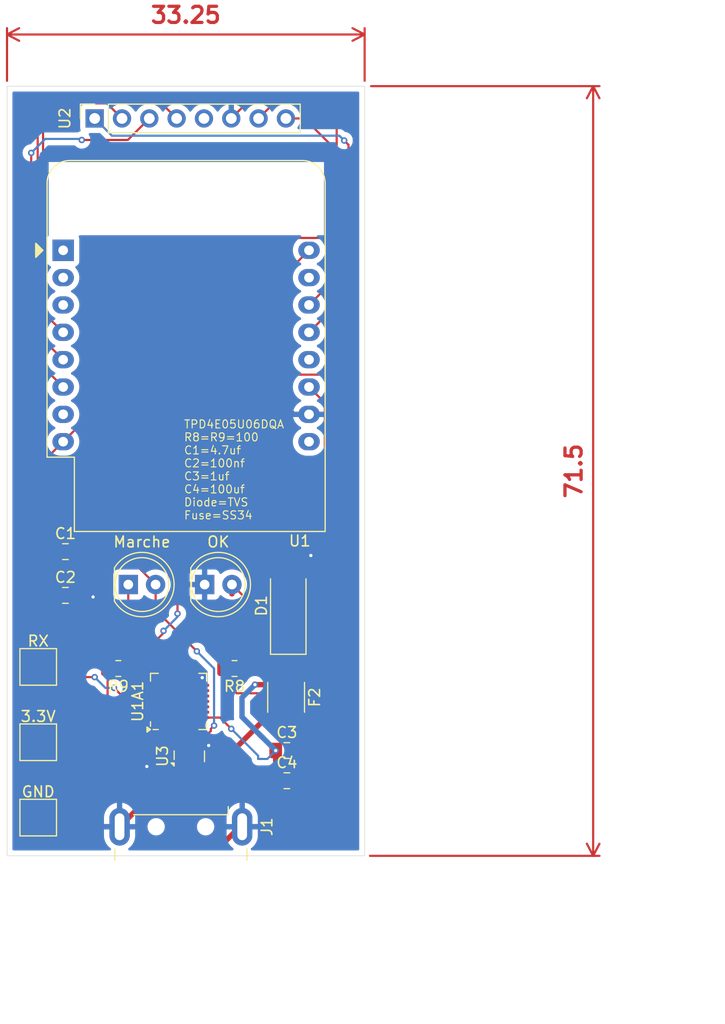
<source format=kicad_pcb>
(kicad_pcb (version 20241229) (generator "pcbnew") (generator_version "9.0")
  (layers (0 "F.Cu" signal) (2 "B.Cu" signal) (13 "F.Paste" user) (15 "B.Paste" user) (5 "F.SilkS" user "F.Silkscreen") (7 "B.SilkS" user "B.Silkscreen") (1 "F.Mask" user) (3 "B.Mask" user) (25 "Edge.Cuts" user))
  (net 0 "")
  (net 1 "VDD")
  (net 2 "GND")
  (net 3 "VBUS")
  (net 4 "+5V")
  (net 5 "/D-")
  (net 6 "/D+")
  (net 7 "Net-(Marche2-A)")
  (net 8 "/D4")
  (net 9 "Net-(Validation1-A)")
  (net 10 "Net-(U1-SCL{slash}D1)")
  (net 11 "Net-(U1-SCK{slash}D5)")
  (net 12 "/RX")
  (net 15 "Net-(U1-MOSI{slash}D7)")
  (net 20 "Net-(U1-MISO{slash}D6)")
  (net 22 "Net-(U1-SDA{slash}D2)")
  (net 49 "Net-(Marche2-K)")
  (footprint "Diode_SMD:D_SMA_Handsoldering" (layer "F.Cu") (at 225.4 137.668 90)
    (property "Reference" "D1" (at 0 -2.5 90) (layer "F.SilkS"))
    (property "Value" "DIODE_SHOTTKY*")
    (fp_line (start -4.51 -1.65) (end 2.5 -1.65) (stroke (width 0.12)) (layer "F.SilkS"))
    (fp_line (start -4.51 -1.65) (end -4.51 1.65) (stroke (width 0.12)) (layer "F.SilkS"))
    (fp_line (start -4.51 1.65) (end 2.5 1.65) (stroke (width 0.12)) (layer "F.SilkS"))
    (pad "1" smd roundrect (at -2.5 0 90) (size 3.5 1.8) (layers "F.Cu" "F.Mask" "F.Paste") (roundrect_rratio 0.1388888889) (net 3 "VBUS"))
    (pad "2" smd roundrect (at 2.5 0 90) (size 3.5 1.8) (layers "F.Cu" "F.Mask" "F.Paste") (roundrect_rratio 0.1388888889) (net 2 "GND"))
  )
  (footprint "Connector_USB:USB_A_CNCTech_1001-011-01101_Horizontal" (layer "F.Cu") (at 215.415 165.1 -90)
    (property "Reference" "J1" (at -6.9 -8 90) (layer "F.SilkS"))
    (property "Value" "USB_A")
    (fp_line (start -4.85 6.145) (end -3.8 6.145) (stroke (width 0.12)) (layer "F.SilkS"))
    (fp_line (start -8.02 -4.4) (end -8.02 4.4) (stroke (width 0.12)) (layer "F.SilkS"))
    (fp_line (start -8.02 -4.4) (end -8.775 -4.4) (stroke (width 0.12)) (layer "F.SilkS"))
    (fp_line (start -4.85 -6.145) (end -3.8 -6.145) (stroke (width 0.12)) (layer "F.SilkS"))
    (pad "" np_thru_hole circle (at -6.9 -2.3 270) (size 1.1 1.1) (drill 1.1) (layers "*.Cu" "*.Mask"))
    (pad "" np_thru_hole circle (at -6.9 2.3 270) (size 1.1 1.1) (drill 1.1) (layers "*.Cu" "*.Mask"))
    (pad "1" smd rect (at -9.65 -3.5 270) (size 2.5 1.1) (layers "F.Cu" "F.Mask" "F.Paste") (net 4 "+5V"))
    (pad "2" smd rect (at -9.65 -1 270) (size 2.5 1.1) (layers "F.Cu" "F.Mask" "F.Paste") (net 5 "/D-"))
    (pad "3" smd rect (at -9.65 1 270) (size 2.5 1.1) (layers "F.Cu" "F.Mask" "F.Paste") (net 6 "/D+"))
    (pad "4" smd rect (at -9.65 3.5 270) (size 2.5 1.1) (layers "F.Cu" "F.Mask" "F.Paste") (net 2 "GND"))
    (pad "5" thru_hole oval (at -6.9 -5.7 270) (size 3.5 1.9) (drill oval 2.5 0.9) (property pad_prop_heatsink) (layers "*.Cu" "*.Mask") (net 2 "GND"))
    (pad "5" thru_hole oval (at -6.9 5.7 270) (size 3.5 1.9) (drill oval 2.5 0.9) (property pad_prop_heatsink) (layers "*.Cu" "*.Mask") (net 2 "GND"))
  )
  (footprint "Package_SON:USON-10_2.5x1.0mm_P0.5mm" (layer "F.Cu") (at 216.2 151.654 90)
    (property "Reference" "U3" (at 0.01829 -2.5 90) (layer "F.SilkS"))
    (property "Value" "TPD4E05U06DQA" (hide yes))
    (fp_line (start 0.5 -1.41) (end -0.29 -1.41) (stroke (width 0.12)) (layer "F.SilkS"))
    (fp_line (start 0.5 1.41) (end -0.5 1.41) (stroke (width 0.12)) (layer "F.SilkS"))
    (fp_poly (pts (xy -0.62 -1.41) (xy -0.9 -1.41) (xy -0.62 -1.69) (xy -0.62 -1.41)) (stroke (width 0.12)) (fill yes) (layer "F.SilkS"))
    (pad "1" smd roundrect (at -0.385 -1) (size 0.3 0.55) (layers "F.Cu" "F.Mask" "F.Paste") (net 6 "/D+"))
    (pad "2" smd roundrect (at -0.385 -0.5) (size 0.3 0.55) (layers "F.Cu" "F.Mask" "F.Paste") (net 5 "/D-"))
    (pad "3" smd roundrect (at -0.385 0) (size 0.3 0.55) (layers "F.Cu" "F.Mask" "F.Paste") (net 2 "GND"))
    (pad "4" smd roundrect (at -0.385 0.5) (size 0.3 0.55) (layers "F.Cu" "F.Mask" "F.Paste"))
    (pad "5" smd roundrect (at -0.385 1) (size 0.3 0.55) (layers "F.Cu" "F.Mask" "F.Paste"))
    (pad "6" smd roundrect (at 0.385 1) (size 0.3 0.55) (layers "F.Cu" "F.Mask" "F.Paste"))
    (pad "7" smd roundrect (at 0.385 0.5) (size 0.3 0.55) (layers "F.Cu" "F.Mask" "F.Paste"))
    (pad "8" smd roundrect (at 0.385 0) (size 0.3 0.55) (layers "F.Cu" "F.Mask" "F.Paste") (net 2 "GND"))
    (pad "9" smd roundrect (at 0.385 -0.5) (size 0.3 0.55) (layers "F.Cu" "F.Mask" "F.Paste") (net 5 "/D-"))
    (pad "10" smd roundrect (at 0.385 -1) (size 0.3 0.55) (layers "F.Cu" "F.Mask" "F.Paste") (net 6 "/D+"))
  )
  (footprint "Capacitor_SMD:C_0805_2012Metric_Pad1.18x1.45mm_HandSolder" (layer "F.Cu") (at 204.68 136.706)
    (property "Reference" "C2" (at 0 -1.68 0) (layer "F.SilkS"))
    (property "Value" "100nf")
    (fp_line (start -0.261252 -0.735) (end 0.261252 -0.735) (stroke (width 0.12)) (layer "F.SilkS"))
    (fp_line (start -0.261252 0.735) (end 0.261252 0.735) (stroke (width 0.12)) (layer "F.SilkS"))
    (pad "1" smd roundrect (at -1.0375 0) (size 1.175 1.45) (layers "F.Cu" "F.Mask" "F.Paste") (roundrect_rratio 0.212766) (net 7 "Net-(Marche2-A)"))
    (pad "2" smd roundrect (at 1.0375 0) (size 1.175 1.45) (layers "F.Cu" "F.Mask" "F.Paste") (roundrect_rratio 0.212766) (net 2 "GND"))
  )
  (footprint "Package_DFN_QFN:VQFN-28-1EP_5x5mm_P0.5mm_EP3.25x3.25mm" (layer "F.Cu") (at 215.2 146.558 90)
    (property "Reference" "U1A1" (at 0 -3.8 90) (layer "F.SilkS"))
    (property "Value" "~")
    (fp_line (start 2.61 -2.61) (end 2.61 -1.885) (stroke (width 0.12)) (layer "F.SilkS"))
    (fp_line (start 1.885 -2.61) (end 2.61 -2.61) (stroke (width 0.12)) (layer "F.SilkS"))
    (fp_line (start -1.885 -2.61) (end -2.31 -2.61) (stroke (width 0.12)) (layer "F.SilkS"))
    (fp_line (start -2.61 -1.885) (end -2.61 -2.37) (stroke (width 0.12)) (layer "F.SilkS"))
    (fp_line (start 2.61 2.61) (end 2.61 1.885) (stroke (width 0.12)) (layer "F.SilkS"))
    (fp_line (start 1.885 2.61) (end 2.61 2.61) (stroke (width 0.12)) (layer "F.SilkS"))
    (fp_line (start -1.885 2.61) (end -2.61 2.61) (stroke (width 0.12)) (layer "F.SilkS"))
    (fp_line (start -2.61 2.61) (end -2.61 1.885) (stroke (width 0.12)) (layer "F.SilkS"))
    (fp_poly (pts (xy -2.61 -2.61) (xy -2.85 -2.94) (xy -2.37 -2.94) (xy -2.61 -2.61)) (stroke (width 0.12)) (fill yes) (layer "F.SilkS"))
    (pad "1" smd roundrect (at -2.45 -1.5 90) (size 0.8 0.25) (layers "F.Cu" "F.Mask" "F.Paste"))
    (pad "2" smd roundrect (at -2.45 -1 90) (size 0.8 0.25) (layers "F.Cu" "F.Mask" "F.Paste"))
    (pad "3" smd roundrect (at -2.45 -0.5 90) (size 0.8 0.25) (layers "F.Cu" "F.Mask" "F.Paste") (net 2 "GND"))
    (pad "4" smd roundrect (at -2.45 0 90) (size 0.8 0.25) (layers "F.Cu" "F.Mask" "F.Paste") (net 6 "/D+"))
    (pad "5" smd roundrect (at -2.45 0.5 90) (size 0.8 0.25) (layers "F.Cu" "F.Mask" "F.Paste") (net 5 "/D-"))
    (pad "6" smd roundrect (at -2.45 1 90) (size 0.8 0.25) (layers "F.Cu" "F.Mask" "F.Paste") (net 7 "Net-(Marche2-A)"))
    (pad "7" smd roundrect (at -2.45 1.5 90) (size 0.8 0.25) (layers "F.Cu" "F.Mask" "F.Paste") (net 3 "VBUS"))
    (pad "8" smd roundrect (at -1.5 2.45 90) (size 0.25 0.8) (layers "F.Cu" "F.Mask" "F.Paste") (net 3 "VBUS"))
    (pad "9" smd roundrect (at -1 2.45 90) (size 0.25 0.8) (layers "F.Cu" "F.Mask" "F.Paste"))
    (pad "10" smd roundrect (at -0.5 2.45 90) (size 0.25 0.8) (layers "F.Cu" "F.Mask" "F.Paste"))
    (pad "11" smd roundrect (at 0 2.45 90) (size 0.25 0.8) (layers "F.Cu" "F.Mask" "F.Paste"))
    (pad "12" smd roundrect (at 0.5 2.45 90) (size 0.25 0.8) (layers "F.Cu" "F.Mask" "F.Paste"))
    (pad "13" smd roundrect (at 1 2.45 90) (size 0.25 0.8) (layers "F.Cu" "F.Mask" "F.Paste"))
    (pad "14" smd roundrect (at 1.5 2.45 90) (size 0.25 0.8) (layers "F.Cu" "F.Mask" "F.Paste"))
    (pad "15" smd roundrect (at 2.45 1.5 90) (size 0.8 0.25) (layers "F.Cu" "F.Mask" "F.Paste"))
    (pad "16" smd roundrect (at 2.45 1 90) (size 0.8 0.25) (layers "F.Cu" "F.Mask" "F.Paste"))
    (pad "17" smd roundrect (at 2.45 0.5 90) (size 0.8 0.25) (layers "F.Cu" "F.Mask" "F.Paste"))
    (pad "18" smd roundrect (at 2.45 0 90) (size 0.8 0.25) (layers "F.Cu" "F.Mask" "F.Paste"))
    (pad "19" smd roundrect (at 2.45 -0.5 90) (size 0.8 0.25) (layers "F.Cu" "F.Mask" "F.Paste"))
    (pad "20" smd roundrect (at 2.45 -1 90) (size 0.8 0.25) (layers "F.Cu" "F.Mask" "F.Paste"))
    (pad "21" smd roundrect (at 2.45 -1.5 90) (size 0.8 0.25) (layers "F.Cu" "F.Mask" "F.Paste"))
    (pad "22" smd roundrect (at 1.5 -2.45 90) (size 0.25 0.8) (layers "F.Cu" "F.Mask" "F.Paste"))
    (pad "23" smd roundrect (at 1 -2.45 90) (size 0.25 0.8) (layers "F.Cu" "F.Mask" "F.Paste"))
    (pad "24" smd roundrect (at 0.5 -2.45 90) (size 0.25 0.8) (layers "F.Cu" "F.Mask" "F.Paste"))
    (pad "25" smd roundrect (at 0 -2.45 90) (size 0.25 0.8) (layers "F.Cu" "F.Mask" "F.Paste") (net 12 "/RX"))
    (pad "26" smd roundrect (at -0.5 -2.45 90) (size 0.25 0.8) (layers "F.Cu" "F.Mask" "F.Paste"))
    (pad "27" smd roundrect (at -1 -2.45 90) (size 0.25 0.8) (layers "F.Cu" "F.Mask" "F.Paste"))
    (pad "28" smd roundrect (at -1.5 -2.45 90) (size 0.25 0.8) (layers "F.Cu" "F.Mask" "F.Paste"))
    (pad "29" smd rect (at 0 0 90) (size 3.25 3.25) (property pad_prop_heatsink) (layers "F.Cu" "F.Mask") (net 2 "GND"))
  )
  (footprint "Capacitor_SMD:C_0805_2012Metric_Pad1.18x1.45mm_HandSolder" (layer "F.Cu") (at 225.27 153.924)
    (property "Reference" "C4" (at 0 -1.68 0) (layer "F.SilkS"))
    (property "Value" "100uF")
    (fp_line (start -0.261252 -0.735) (end 0.261252 -0.735) (stroke (width 0.12)) (layer "F.SilkS"))
    (fp_line (start -0.261252 0.735) (end 0.261252 0.735) (stroke (width 0.12)) (layer "F.SilkS"))
    (pad "1" smd roundrect (at -1.0375 0) (size 1.175 1.45) (layers "F.Cu" "F.Mask" "F.Paste") (roundrect_rratio 0.212766) (net 3 "VBUS"))
    (pad "2" smd roundrect (at 1.0375 0) (size 1.175 1.45) (layers "F.Cu" "F.Mask" "F.Paste") (roundrect_rratio 0.212766) (net 2 "GND"))
  )
  (footprint "Capacitor_SMD:C_0805_2012Metric_Pad1.18x1.45mm_HandSolder" (layer "F.Cu") (at 225.27 151.120333)
    (property "Reference" "C3" (at 0 -1.68 0) (layer "F.SilkS"))
    (property "Value" "1uf")
    (fp_line (start -0.261252 -0.735) (end 0.261252 -0.735) (stroke (width 0.12)) (layer "F.SilkS"))
    (fp_line (start -0.261252 0.735) (end 0.261252 0.735) (stroke (width 0.12)) (layer "F.SilkS"))
    (pad "1" smd roundrect (at -1.0375 0) (size 1.175 1.45) (layers "F.Cu" "F.Mask" "F.Paste") (roundrect_rratio 0.212766) (net 3 "VBUS"))
    (pad "2" smd roundrect (at 1.0375 0) (size 1.175 1.45) (layers "F.Cu" "F.Mask" "F.Paste") (roundrect_rratio 0.212766) (net 2 "GND"))
  )
  (footprint "Capacitor_SMD:C_0805_2012Metric_Pad1.18x1.45mm_HandSolder" (layer "F.Cu") (at 204.68 132.642)
    (property "Reference" "C1" (at 0 -1.68 0) (layer "F.SilkS"))
    (property "Value" "4.7uf")
    (fp_line (start -0.261252 -0.735) (end 0.261252 -0.735) (stroke (width 0.12)) (layer "F.SilkS"))
    (fp_line (start -0.261252 0.735) (end 0.261252 0.735) (stroke (width 0.12)) (layer "F.SilkS"))
    (pad "1" smd roundrect (at -1.0375 0) (size 1.175 1.45) (layers "F.Cu" "F.Mask" "F.Paste") (roundrect_rratio 0.212766) (net 7 "Net-(Marche2-A)"))
    (pad "2" smd roundrect (at 1.0375 0) (size 1.175 1.45) (layers "F.Cu" "F.Mask" "F.Paste") (roundrect_rratio 0.212766) (net 2 "GND"))
  )
  (footprint "Resistor_SMD:R_0805_2012Metric_Pad1.20x1.40mm_HandSolder" (layer "F.Cu") (at 220.4 143.5 180)
    (property "Reference" "R8" (at 0 -1.65 0) (layer "F.SilkS"))
    (property "Value" "R")
    (fp_line (start -0.227064 0.735) (end 0.227064 0.735) (stroke (width 0.12)) (layer "F.SilkS"))
    (fp_line (start -0.227064 -0.735) (end 0.227064 -0.735) (stroke (width 0.12)) (layer "F.SilkS"))
    (pad "1" smd roundrect (at -1 0 180) (size 1.2 1.4) (layers "F.Cu" "F.Mask" "F.Paste") (roundrect_rratio 0.208333) (net 9 "Net-(Validation1-A)"))
    (pad "2" smd roundrect (at 1 0 180) (size 1.2 1.4) (layers "F.Cu" "F.Mask" "F.Paste") (roundrect_rratio 0.208333) (net 8 "/D4"))
  )
  (footprint "Connector_PinSocket_2.54mm:PinSocket_1x08_P2.54mm_Vertical" (layer "F.Cu") (at 207.4 92.4 90)
    (property "Reference" "U2" (at 0 -2.77 90) (layer "F.SilkS"))
    (property "Value" "~")
    (fp_line (start 1.33 -1.33) (end 1.33 0) (stroke (width 0.12)) (layer "F.SilkS"))
    (fp_line (start 0 -1.33) (end 1.33 -1.33) (stroke (width 0.12)) (layer "F.SilkS"))
    (fp_line (start 1.33 1.27) (end 1.33 19.11) (stroke (width 0.12)) (layer "F.SilkS"))
    (fp_line (start -1.33 1.27) (end 1.33 1.27) (stroke (width 0.12)) (layer "F.SilkS"))
    (fp_line (start -1.33 1.27) (end -1.33 19.11) (stroke (width 0.12)) (layer "F.SilkS"))
    (fp_line (start -1.33 19.11) (end 1.33 19.11) (stroke (width 0.12)) (layer "F.SilkS"))
    (pad "1" thru_hole rect (at 0 0 90) (size 1.7 1.7) (drill 1) (layers "*.Cu" "*.Mask") (net 22 "Net-(U1-SDA{slash}D2)"))
    (pad "2" thru_hole oval (at 0 2.54 90) (size 1.7 1.7) (drill 1) (layers "*.Cu" "*.Mask") (net 11 "Net-(U1-SCK{slash}D5)"))
    (pad "3" thru_hole oval (at 0 5.08 90) (size 1.7 1.7) (drill 1) (layers "*.Cu" "*.Mask") (net 15 "Net-(U1-MOSI{slash}D7)"))
    (pad "4" thru_hole oval (at 0 7.62 90) (size 1.7 1.7) (drill 1) (layers "*.Cu" "*.Mask") (net 20 "Net-(U1-MISO{slash}D6)"))
    (pad "5" thru_hole oval (at 0 10.16 90) (size 1.7 1.7) (drill 1) (layers "*.Cu" "*.Mask"))
    (pad "6" thru_hole oval (at 0 12.7 90) (size 1.7 1.7) (drill 1) (layers "*.Cu" "*.Mask") (net 2 "GND"))
    (pad "7" thru_hole oval (at 0 15.24 90) (size 1.7 1.7) (drill 1) (layers "*.Cu" "*.Mask") (net 10 "Net-(U1-SCL{slash}D1)"))
    (pad "8" thru_hole oval (at 0 17.78 90) (size 1.7 1.7) (drill 1) (layers "*.Cu" "*.Mask") (net 1 "VDD"))
  )
  (footprint "LED_THT:LED_D5.0mm" (layer "F.Cu") (at 217.625 135.7)
    (property "Reference" "OK" (at 1.27 -3.96 0) (layer "F.SilkS"))
    (property "Value" "LED")
    (fp_line (start -1.29 -1.545) (end -1.29 1.545) (stroke (width 0.12)) (layer "F.SilkS"))
    (fp_arc (start -1.29 -1.54483) (mid 2.071756 -2.880501) (end 4.26 -0.000048) (stroke (width 0.12)) (layer "F.SilkS"))
    (fp_arc (start 4.26 0.000048) (mid 2.071756 2.880501) (end -1.29 1.54483) (stroke (width 0.12)) (layer "F.SilkS"))
    (fp_circle (center 1.27 0) (end 3.77 0) (stroke (width 0.12)) (fill no) (layer "F.SilkS"))
    (pad "1" thru_hole rect (at 0 0) (size 1.8 1.8) (drill 0.9) (layers "*.Cu" "*.Mask") (net 2 "GND"))
    (pad "2" thru_hole circle (at 2.54 0) (size 1.8 1.8) (drill 0.9) (layers "*.Cu" "*.Mask") (net 9 "Net-(Validation1-A)"))
  )
  (footprint "TestPoint:TestPoint_Pad_3.0x3.0mm" (layer "F.Cu") (at 202.15 157.35)
    (property "Reference" "GND" (at 0 -2.398 0) (layer "F.SilkS"))
    (property "Value" "TestPoint")
    (fp_line (start -1.7 -1.7) (end 1.7 -1.7) (stroke (width 0.12)) (layer "F.SilkS"))
    (fp_line (start -1.7 1.7) (end -1.7 -1.7) (stroke (width 0.12)) (layer "F.SilkS"))
    (fp_line (start 1.7 -1.7) (end 1.7 1.7) (stroke (width 0.12)) (layer "F.SilkS"))
    (fp_line (start 1.7 1.7) (end -1.7 1.7) (stroke (width 0.12)) (layer "F.SilkS"))
    (pad "1" smd rect (at 0 0) (size 3 3) (layers "F.Cu" "F.Mask") (net 2 "GND"))
  )
  (footprint "TestPoint:TestPoint_Pad_3.0x3.0mm" (layer "F.Cu") (at 202.15 143.35)
    (property "Reference" "RX" (at 0 -2.398 0) (layer "F.SilkS"))
    (property "Value" "TestPoint")
    (fp_line (start -1.7 -1.7) (end 1.7 -1.7) (stroke (width 0.12)) (layer "F.SilkS"))
    (fp_line (start -1.7 1.7) (end -1.7 -1.7) (stroke (width 0.12)) (layer "F.SilkS"))
    (fp_line (start 1.7 -1.7) (end 1.7 1.7) (stroke (width 0.12)) (layer "F.SilkS"))
    (fp_line (start 1.7 1.7) (end -1.7 1.7) (stroke (width 0.12)) (layer "F.SilkS"))
    (pad "1" smd rect (at 0 0) (size 3 3) (layers "F.Cu" "F.Mask") (net 12 "/RX"))
  )
  (footprint "LED_THT:LED_D5.0mm" (layer "F.Cu") (at 210.525 135.7)
    (property "Reference" "Marche" (at 1.27 -3.96 0) (layer "F.SilkS"))
    (property "Value" "LED")
    (fp_line (start -1.29 -1.545) (end -1.29 1.545) (stroke (width 0.12)) (layer "F.SilkS"))
    (fp_arc (start -1.29 -1.54483) (mid 2.071756 -2.880501) (end 4.26 -0.000048) (stroke (width 0.12)) (layer "F.SilkS"))
    (fp_arc (start 4.26 0.000048) (mid 2.071756 2.880501) (end -1.29 1.54483) (stroke (width 0.12)) (layer "F.SilkS"))
    (fp_circle (center 1.27 0) (end 3.77 0) (stroke (width 0.12)) (fill no) (layer "F.SilkS"))
    (pad "1" thru_hole rect (at 0 0) (size 1.8 1.8) (drill 0.9) (layers "*.Cu" "*.Mask") (net 49 "Net-(Marche2-K)"))
    (pad "2" thru_hole circle (at 2.54 0) (size 1.8 1.8) (drill 0.9) (layers "*.Cu" "*.Mask") (net 7 "Net-(Marche2-A)"))
  )
  (footprint "Resistor_SMD:R_0805_2012Metric_Pad1.20x1.40mm_HandSolder" (layer "F.Cu") (at 209.6 143.5 180)
    (property "Reference" "R9" (at 0 -1.65 0) (layer "F.SilkS"))
    (property "Value" "R")
    (fp_line (start -0.227064 0.735) (end 0.227064 0.735) (stroke (width 0.12)) (layer "F.SilkS"))
    (fp_line (start -0.227064 -0.735) (end 0.227064 -0.735) (stroke (width 0.12)) (layer "F.SilkS"))
    (pad "1" smd roundrect (at -1 0 180) (size 1.2 1.4) (layers "F.Cu" "F.Mask" "F.Paste") (roundrect_rratio 0.208333) (net 49 "Net-(Marche2-K)"))
    (pad "2" smd roundrect (at 1 0 180) (size 1.2 1.4) (layers "F.Cu" "F.Mask" "F.Paste") (roundrect_rratio 0.208333) (net 1 "VDD"))
  )
  (footprint "RF_Module:WEMOS_D1_mini_light" (layer "F.Cu") (at 204.47 104.648)
    (property "Reference" "U1" (at 22 27 0) (layer "F.SilkS"))
    (property "Value" "WEMOS_D1_mini")
    (fp_line (start -1.5 19.22) (end -1.5 -6.21) (stroke (width 0.12)) (layer "F.SilkS"))
    (fp_line (start -1.5 19.22) (end 1.04 19.22) (stroke (width 0.12)) (layer "F.SilkS"))
    (fp_line (start 1.04 19.22) (end 1.04 26.12) (stroke (width 0.12)) (layer "F.SilkS"))
    (fp_line (start 1.04 26.12) (end 24.36 26.12) (stroke (width 0.12)) (layer "F.SilkS"))
    (fp_line (start 22.24 -8.34) (end 0.63 -8.34) (stroke (width 0.12)) (layer "F.SilkS"))
    (fp_line (start 24.36 26.12) (end 24.36 -6.21) (stroke (width 0.12)) (layer "F.SilkS"))
    (fp_arc (start -1.5 -6.21) (mid -0.876137 -7.716137) (end 0.63 -8.34) (stroke (width 0.12)) (layer "F.SilkS"))
    (fp_arc (start 22.23 -8.34) (mid 23.736137 -7.716137) (end 24.36 -6.21) (stroke (width 0.12)) (layer "F.SilkS"))
    (fp_poly (pts (xy -2.54 -0.635) (xy -2.54 0.635) (xy -1.905 0)) (stroke (width 0.15)) (fill yes) (layer "F.SilkS"))
    (pad "1" thru_hole rect (at 0 0) (size 2 2) (drill 0.9) (layers "*.Cu" "*.Mask"))
    (pad "2" thru_hole oval (at 0 2.54) (size 2 1.6) (drill 0.9) (layers "*.Cu" "*.Mask"))
    (pad "3" thru_hole oval (at 0 5.08) (size 2 1.6) (drill 0.9) (layers "*.Cu" "*.Mask"))
    (pad "4" thru_hole oval (at 0 7.62) (size 2 1.6) (drill 0.9) (layers "*.Cu" "*.Mask") (net 11 "Net-(U1-SCK{slash}D5)"))
    (pad "5" thru_hole oval (at 0 10.16) (size 2 1.6) (drill 0.9) (layers "*.Cu" "*.Mask") (net 20 "Net-(U1-MISO{slash}D6)"))
    (pad "6" thru_hole oval (at 0 12.7) (size 2 1.6) (drill 0.9) (layers "*.Cu" "*.Mask") (net 15 "Net-(U1-MOSI{slash}D7)"))
    (pad "7" thru_hole oval (at 0 15.24) (size 2 1.6) (drill 0.9) (layers "*.Cu" "*.Mask"))
    (pad "8" thru_hole oval (at 0 17.78) (size 2 1.6) (drill 0.9) (layers "*.Cu" "*.Mask") (net 1 "VDD"))
    (pad "9" thru_hole oval (at 22.86 17.78) (size 2 1.6) (drill 0.9) (layers "*.Cu" "*.Mask"))
    (pad "10" thru_hole oval (at 22.86 15.24) (size 2 1.6) (drill 0.9) (layers "*.Cu" "*.Mask") (net 2 "GND"))
    (pad "11" thru_hole oval (at 22.86 12.7) (size 2 1.6) (drill 0.9) (layers "*.Cu" "*.Mask") (net 8 "/D4"))
    (pad "12" thru_hole oval (at 22.86 10.16) (size 2 1.6) (drill 0.9) (layers "*.Cu" "*.Mask"))
    (pad "13" thru_hole oval (at 22.86 7.62) (size 2 1.6) (drill 0.9) (layers "*.Cu" "*.Mask") (net 22 "Net-(U1-SDA{slash}D2)"))
    (pad "14" thru_hole oval (at 22.86 5.08) (size 2 1.6) (drill 0.9) (layers "*.Cu" "*.Mask") (net 10 "Net-(U1-SCL{slash}D1)"))
    (pad "15" thru_hole oval (at 22.86 2.54) (size 2 1.6) (drill 0.9) (layers "*.Cu" "*.Mask"))
    (pad "16" thru_hole oval (at 22.86 0) (size 2 1.6) (drill 0.9) (layers "*.Cu" "*.Mask") (net 12 "/RX"))
    (zone (net 0) (net_name "") (layers "F.Cu" "B.Cu" "Dwgs.User") (name "No Copper") (connect_pads (clearance 0)) (min_thickness 0.25)
      (keepout (tracks not_allowed) (vias not_allowed) (pads not_allowed) (copperpour not_allowed) (footprints not_allowed))
      (fill (thermal_gap 0.5) (thermal_bridge_width 0.5))
      (polygon (pts (xy 203.12 96.448) (xy 228.72 96.448) (xy 228.72 103.248) (xy 203.12 103.248)))
    )
  )
  (footprint "TestPoint:TestPoint_Pad_3.0x3.0mm" (layer "F.Cu") (at 202.15 150.35)
    (property "Reference" "3.3V" (at 0 -2.398 0) (layer "F.SilkS"))
    (property "Value" "TestPoint")
    (fp_line (start -1.7 -1.7) (end 1.7 -1.7) (stroke (width 0.12)) (layer "F.SilkS"))
    (fp_line (start -1.7 1.7) (end -1.7 -1.7) (stroke (width 0.12)) (layer "F.SilkS"))
    (fp_line (start 1.7 -1.7) (end 1.7 1.7) (stroke (width 0.12)) (layer "F.SilkS"))
    (fp_line (start 1.7 1.7) (end -1.7 1.7) (stroke (width 0.12)) (layer "F.SilkS"))
    (pad "1" smd rect (at 0 0) (size 3 3) (layers "F.Cu" "F.Mask") (net 1 "VDD"))
  )
  (footprint "Fuse:Fuse_1812_4532Metric_Pad1.30x3.40mm_HandSolder" (layer "F.Cu") (at 225.2 146.176667 -90)
    (property "Reference" "F2" (at 0 -2.65 90) (layer "F.SilkS"))
    (property "Value" "Fuse")
    (fp_line (start -1.386252 1.71) (end 1.386252 1.71) (stroke (width 0.12)) (layer "F.SilkS"))
    (fp_line (start -1.386252 -1.71) (end 1.386252 -1.71) (stroke (width 0.12)) (layer "F.SilkS"))
    (pad "1" smd roundrect (at -2.225 0 270) (size 1.3 3.4) (layers "F.Cu" "F.Mask" "F.Paste") (roundrect_rratio 0.192308) (net 3 "VBUS"))
    (pad "2" smd roundrect (at 2.225 0 270) (size 1.3 3.4) (layers "F.Cu" "F.Mask" "F.Paste") (roundrect_rratio 0.192308) (net 4 "+5V"))
  )
  (gr_rect (start 199.25 89.4) (end 232.5 160.9) (stroke (width 0.05)) (fill no) (layer "Edge.Cuts"))
  (gr_text "TPD4E05U06DQA\nR8=R9=100\nC1=4.7uf\nC2=100nf\nC3=1uf\nC4=100uf\nDiode=TVS\nFuse=SS34\n" (at 215.65 129.7 0) (layer "F.SilkS") (effects (font (size 0.75 0.75) (thickness 0.1)) (justify left bottom)))
  (dimension (type orthogonal) (layer "F.Cu") (pts (xy 199.25 89.4) (xy 232.5 89.4)) (height -4.8) (orientation 0) (format (prefix "") (suffix "") (units 3) (units_format 0) (precision 4) (suppress_zeroes yes)) (style (thickness 0.2) (arrow_length 1.27) (text_position_mode 0) (arrow_direction outward) (extension_height 0.58642) (extension_offset 0.5) (keep_text_aligned yes)) (gr_text "33,25" (at 215.875 82.8 0) (layer "F.Cu") (effects (font (size 1.5 1.5) (thickness 0.3)))))
  (dimension (type orthogonal) (layer "F.Cu") (pts (xy 232.6 89.4) (xy 232.5 160.9)) (height 21.15) (orientation 1) (format (prefix "") (suffix "") (units 3) (units_format 0) (precision 4) (suppress_zeroes yes)) (style (thickness 0.2) (arrow_length 1.27) (text_position_mode 0) (arrow_direction outward) (extension_height 0.58642) (extension_offset 0.5) (keep_text_aligned yes)) (gr_text "71,5" (at 251.95 125.15 90) (layer "F.Cu") (effects (font (size 1.5 1.5) (thickness 0.3)))))
  (segment (start 223.398 103.5) (end 229.4 103.5) (width 0.2) (layer "F.Cu") (net 1))
  (segment (start 229.4 103.5) (end 229.4 94.9) (width 0.2) (layer "F.Cu") (net 1))
  (segment (start 208.6 143.5) (end 208.6 146.5) (width 0.2) (layer "F.Cu") (net 1))
  (segment (start 229.4 94.9) (end 226.9 92.4) (width 0.2) (layer "F.Cu") (net 1))
  (segment (start 204.85 150.25) (end 204.8 150.3) (width 0.2) (layer "F.Cu") (net 1))
  (segment (start 204.85 150.25) (end 202.25 150.25) (width 0.2) (layer "F.Cu") (net 1))
  (segment (start 204.47 122.428) (end 223.398 103.5) (width 0.2) (layer "F.Cu") (net 1))
  (segment (start 202.25 150.25) (end 202.15 150.35) (width 0.2) (layer "F.Cu") (net 1))
  (segment (start 202.6 138.2) (end 202.6 124.298) (width 0.2) (layer "F.Cu") (net 1))
  (segment (start 208.6 143.5) (end 208.5 143.6) (width 0.2) (layer "F.Cu") (net 1))
  (segment (start 226.9 92.4) (end 225.18 92.4) (width 0.2) (layer "F.Cu") (net 1))
  (segment (start 202.6 124.298) (end 204.47 122.428) (width 0.2) (layer "F.Cu") (net 1))
  (segment (start 208.6 142.7) (end 205.2 139.3) (width 0.2) (layer "F.Cu") (net 1))
  (segment (start 208.6 143.5) (end 208.6 142.7) (width 0.2) (layer "F.Cu") (net 1))
  (segment (start 208.6 146.5) (end 204.85 150.25) (width 0.2) (layer "F.Cu") (net 1))
  (segment (start 205.2 139.3) (end 203.7 139.3) (width 0.2) (layer "F.Cu") (net 1))
  (segment (start 208.5 143.6) (end 208.5 143.7) (width 0.2) (layer "F.Cu") (net 1))
  (segment (start 203.7 139.3) (end 202.6 138.2) (width 0.2) (layer "F.Cu") (net 1))
  (segment (start 212.9 159.9) (end 219.2 159.9) (width 0.5) (layer "F.Cu") (net 2))
  (segment (start 209.715 158.2) (end 205.7 158.2) (width 0.5) (layer "F.Cu") (net 2))
  (segment (start 223.9 117.7) (end 226.088 119.888) (width 0.2) (layer "F.Cu") (net 2))
  (segment (start 214.7 149.008) (end 214.7 147.058) (width 0.2) (layer "F.Cu") (net 2))
  (segment (start 211.915 155.45) (end 211.915 158.915) (width 0.5) (layer "F.Cu") (net 2))
  (segment (start 211.915 155.45) (end 211.915 156) (width 0.5) (layer "F.Cu") (net 2))
  (segment (start 211.915 155.45) (end 211.915 155.085) (width 0.5) (layer "F.Cu") (net 2))
  (segment (start 204.8 157.3) (end 204.75 157.35) (width 0.5) (layer "F.Cu") (net 2))
  (segment (start 216.2 151.269) (end 216.2 150.9) (width 0.2) (layer "F.Cu") (net 2))
  (segment (start 215.2 146.558) (end 215.2 146.55) (width 0.2) (layer "F.Cu") (net 2))
  (segment (start 214.7 147.058) (end 215.2 146.558) (width 0.2) (layer "F.Cu") (net 2))
  (segment (start 205.7 158.2) (end 204.8 157.3) (width 0.5) (layer "F.Cu") (net 2))
  (segment (start 220.1 92.4) (end 222.2 90.3) (width 0.2) (layer "F.Cu") (net 2))
  (segment (start 211.915 156) (end 209.715 158.2) (width 0.5) (layer "F.Cu") (net 2))
  (segment (start 217.625 135.7) (end 217.6 135.7) (width 0.5) (layer "F.Cu") (net 2))
  (segment (start 215.2 146.55) (end 217.4 144.35) (width 0.2) (layer "F.Cu") (net 2))
  (segment (start 205.7175 136.706) (end 207.106 136.706) (width 0.5) (layer "F.Cu") (net 2))
  (segment (start 207.106 136.706) (end 207.25 136.85) (width 0.5) (layer "F.Cu") (net 2))
  (segment (start 220.9 158.2) (end 221.115 158.2) (width 0.5) (layer "F.Cu") (net 2))
  (segment (start 211.915 155.45) (end 211.915 152.935) (width 0.5) (layer "F.Cu") (net 2))
  (segment (start 211.915 155.085) (end 212.1 154.9) (width 0.5) (layer "F.Cu") (net 2))
  (segment (start 211.915 152.935) (end 212.25 152.6) (width 0.5) (layer "F.Cu") (net 2))
  (segment (start 222.2 90.3) (end 229.9 90.3) (width 0.2) (layer "F.Cu") (net 2))
  (segment (start 226.3075 154.8925) (end 223 158.2) (width 0.5) (layer "F.Cu") (net 2))
  (segment (start 225.4 135.1) (end 227.5 133) (width 0.5) (layer "F.Cu") (net 2))
  (segment (start 231.5 91.9) (end 231.5 113.3) (width 0.2) (layer "F.Cu") (net 2))
  (segment (start 223 158.2) (end 221.115 158.2) (width 0.5) (layer "F.Cu") (net 2))
  (segment (start 226.088 119.888) (end 227.33 119.888) (width 0.2) (layer "F.Cu") (net 2))
  (segment (start 226.3075 153.924) (end 226.3075 154.8925) (width 0.5) (layer "F.Cu") (net 2))
  (segment (start 228.6 116.2) (end 225.4 116.2) (width 0.2) (layer "F.Cu") (net 2))
  (segment (start 229.9 90.3) (end 231.5 91.9) (width 0.2) (layer "F.Cu") (net 2))
  (segment (start 219.2 159.9) (end 220.9 158.2) (width 0.5) (layer "F.Cu") (net 2))
  (segment (start 226.3075 151.120333) (end 226.3075 153.924) (width 0.5) (layer "F.Cu") (net 2))
  (segment (start 205.7175 136.706) (end 205.7175 132.642) (width 0.5) (layer "F.Cu") (net 2))
  (segment (start 231.5 113.3) (end 228.6 116.2) (width 0.2) (layer "F.Cu") (net 2))
  (segment (start 216.2 151.269) (end 216.2 152.039) (width 0.2) (layer "F.Cu") (net 2))
  (segment (start 204.75 157.35) (end 202.15 157.35) (width 0.5) (layer "F.Cu") (net 2))
  (segment (start 225.4 135.168) (end 225.4 135.1) (width 0.5) (layer "F.Cu") (net 2))
  (segment (start 216.2 150.9) (end 216.4 150.7) (width 0.2) (layer "F.Cu") (net 2))
  (segment (start 216.45 150.65) (end 216.8 150.65) (width 0.2) (layer "F.Cu") (net 2))
  (segment (start 211.915 158.915) (end 212.9 159.9) (width 0.5) (layer "F.Cu") (net 2))
  (segment (start 216.4 150.7) (end 216.45 150.65) (width 0.2) (layer "F.Cu") (net 2))
  (segment (start 225.4 116.2) (end 223.9 117.7) (width 0.2) (layer "F.Cu") (net 2))
  (segment (start 216.8 150.65) (end 218 150.65) (width 0.2) (layer "F.Cu") (net 2))
  (via (at 218 150.65) (size 0.6) (drill 0.3) (layers "F.Cu" "B.Cu") (net 2))
  (via (at 217.4 144.35) (size 0.6) (drill 0.3) (layers "F.Cu" "B.Cu") (net 2))
  (via (at 227.5 133) (size 0.6) (drill 0.3) (layers "F.Cu" "B.Cu") (net 2))
  (via (at 212.25 152.6) (size 0.6) (drill 0.3) (layers "F.Cu" "B.Cu") (net 2))
  (via (at 207.25 136.85) (size 0.6) (drill 0.3) (layers "F.Cu" "B.Cu") (net 2))
  (segment (start 224.4 144.1) (end 223.5 145) (width 0.5) (layer "F.Cu") (net 3))
  (segment (start 225.2 140.368) (end 225.4 140.168) (width 0.5) (layer "F.Cu") (net 3))
  (segment (start 219.058 148.058) (end 220.1 149.1) (width 0.2) (layer "F.Cu") (net 3))
  (segment (start 217.65 148.058) (end 216.7 149.008) (width 0.2) (layer "F.Cu") (net 3))
  (segment (start 223.5 145) (end 222.3 145) (width 0.5) (layer "F.Cu") (net 3))
  (segment (start 225.2 143.951667) (end 225.2 140.368) (width 0.5) (layer "F.Cu") (net 3))
  (segment (start 225.2 143.951667) (end 224.548333 143.951667) (width 0.5) (layer "F.Cu") (net 3))
  (segment (start 217.65 148.058) (end 219.058 148.058) (width 0.2) (layer "F.Cu") (net 3))
  (segment (start 224.548333 143.951667) (end 224.4 144.1) (width 0.5) (layer "F.Cu") (net 3))
  (segment (start 224.2325 151.120333) (end 224.2325 153.924) (width 0.5) (layer "F.Cu") (net 3))
  (via (at 222.3 145) (size 0.6) (drill 0.3) (layers "F.Cu" "B.Cu") (net 3))
  (via (at 224.2325 151.120333) (size 0.6) (drill 0.3) (layers "F.Cu" "B.Cu") (net 3))
  (via (at 220.1 149.1) (size 0.6) (drill 0.3) (layers "F.Cu" "B.Cu") (net 3))
  (segment (start 220.1 149.1) (end 222.6 151.6) (width 0.2) (layer "B.Cu") (net 3))
  (segment (start 221.1 146.2) (end 221.1 148) (width 0.5) (layer "B.Cu") (net 3))
  (segment (start 222.3 145) (end 221.1 146.2) (width 0.5) (layer "B.Cu") (net 3))
  (segment (start 222.7 149.587833) (end 223.006084 149.893916) (width 0.5) (layer "B.Cu") (net 3))
  (segment (start 223.452833 151.9) (end 224.2325 151.120333) (width 0.2) (layer "B.Cu") (net 3))
  (segment (start 222.993916 149.893916) (end 223.006084 149.893916) (width 0.5) (layer "B.Cu") (net 3))
  (segment (start 222.6 151.9) (end 223.452833 151.9) (width 0.2) (layer "B.Cu") (net 3))
  (segment (start 222.6 151.6) (end 222.6 151.9) (width 0.2) (layer "B.Cu") (net 3))
  (segment (start 221.1 148) (end 222.993916 149.893916) (width 0.5) (layer "B.Cu") (net 3))
  (segment (start 223.006084 149.893916) (end 224.2325 151.120333) (width 0.5) (layer "B.Cu") (net 3))
  (segment (start 225.2 148.401667) (end 222.998333 148.401667) (width 0.5) (layer "F.Cu") (net 4))
  (segment (start 218.915 152.485) (end 218.915 155.45) (width 0.5) (layer "F.Cu") (net 4))
  (segment (start 222.998333 148.401667) (end 218.915 152.485) (width 0.5) (layer "F.Cu") (net 4))
  (segment (start 215.7 149.008) (end 215.7 151.269) (width 0.2) (layer "F.Cu") (net 5))
  (segment (start 215.675 152.189) (end 215.7 152.164) (width 0.2) (layer "F.Cu") (net 5))
  (segment (start 216.415 153.574999) (end 215.64 152.799999) (width 0.2) (layer "F.Cu") (net 5))
  (segment (start 215.675 152.365) (end 215.675 152.189) (width 0.2) (layer "F.Cu") (net 5))
  (segment (start 216.415 155.45) (end 216.415 153.574999) (width 0.2) (layer "F.Cu") (net 5))
  (segment (start 215.7 151.269) (end 215.7 152.039) (width 0.2) (layer "F.Cu") (net 5))
  (segment (start 215.7 152.164) (end 215.7 152.039) (width 0.2) (layer "F.Cu") (net 5))
  (segment (start 215.64 152.799999) (end 215.64 152.4) (width 0.2) (layer "F.Cu") (net 5))
  (segment (start 215.64 152.4) (end 215.675 152.365) (width 0.2) (layer "F.Cu") (net 5))
  (segment (start 214.415 155.45) (end 214.415 153.574999) (width 0.2) (layer "F.Cu") (net 6))
  (segment (start 215.225 152.192794) (end 215.225 152.189) (width 0.2) (layer "F.Cu") (net 6))
  (segment (start 215.225 152.189) (end 215.2 152.164) (width 0.2) (layer "F.Cu") (net 6))
  (segment (start 215.19 152.227794) (end 215.225 152.192794) (width 0.2) (layer "F.Cu") (net 6))
  (segment (start 215.2 151.269) (end 215.2 149.008) (width 0.2) (layer "F.Cu") (net 6))
  (segment (start 214.415 153.574999) (end 215.19 152.799999) (width 0.2) (layer "F.Cu") (net 6))
  (segment (start 215.2 152.164) (end 215.2 152.039) (width 0.2) (layer "F.Cu") (net 6))
  (segment (start 215.2 152.039) (end 215.2 151.269) (width 0.2) (layer "F.Cu") (net 6))
  (segment (start 215.19 152.799999) (end 215.19 152.227794) (width 0.2) (layer "F.Cu") (net 6))
  (segment (start 213.065 135.7) (end 208.465 131.1) (width 0.2) (layer "F.Cu") (net 7))
  (segment (start 203.6425 131.5575) (end 203.6425 132.642) (width 0.2) (layer "F.Cu") (net 7))
  (segment (start 203.6425 136.706) (end 203.6425 137.2425) (width 0.5) (layer "F.Cu") (net 7))
  (segment (start 203.6425 136.706) (end 203.6425 132.642) (width 0.5) (layer "F.Cu") (net 7))
  (segment (start 213.065 138.065) (end 213.065 135.7) (width 0.2) (layer "F.Cu") (net 7))
  (segment (start 216.2 149.6) (end 216.7 150.1) (width 0.2) (layer "F.Cu") (net 7))
  (segment (start 208.465 131.1) (end 204.1 131.1) (width 0.2) (layer "F.Cu") (net 7))
  (segment (start 216.7 150.1) (end 217.4 150.1) (width 0.2) (layer "F.Cu") (net 7))
  (segment (start 218.2 149.3) (end 218.2 149.1) (width 0.2) (layer "F.Cu") (net 7))
  (segment (start 216.9 141.9) (end 213.065 138.065) (width 0.2) (layer "F.Cu") (net 7))
  (segment (start 218.2 149.1) (end 218.5 148.8) (width 0.2) (layer "F.Cu") (net 7))
  (segment (start 216.2 149.008) (end 216.2 149.6) (width 0.2) (layer "F.Cu") (net 7))
  (segment (start 204.1 131.1) (end 203.6425 131.5575) (width 0.2) (layer "F.Cu") (net 7))
  (segment (start 217.4 150.1) (end 218.2 149.3) (width 0.2) (layer "F.Cu") (net 7))
  (via (at 216.9 141.9) (size 0.6) (drill 0.3) (layers "F.Cu" "B.Cu") (net 7))
  (via (at 218.5 148.8) (size 0.6) (drill 0.3) (layers "F.Cu" "B.Cu") (net 7))
  (segment (start 218.5 143.5) (end 216.9 141.9) (width 0.2) (layer "B.Cu") (net 7))
  (segment (start 216.8 141.8) (end 216.9 141.9) (width 0.2) (layer "B.Cu") (net 7))
  (segment (start 218.5 148.8) (end 218.5 143.5) (width 0.2) (layer "B.Cu") (net 7))
  (segment (start 227 145.9) (end 228 144.9) (width 0.2) (layer "F.Cu") (net 8))
  (segment (start 228.8 118.818) (end 227.33 117.348) (width 0.2) (layer "F.Cu") (net 8))
  (segment (start 228.2 133.4) (end 228.2 127.5) (width 0.2) (layer "F.Cu") (net 8))
  (segment (start 228 144.9) (end 228 133.6) (width 0.2) (layer "F.Cu") (net 8))
  (segment (start 228.8 126.9) (end 228.8 118.818) (width 0.2) (layer "F.Cu") (net 8))
  (segment (start 220.6 145.8) (end 226.9 145.8) (width 0.2) (layer "F.Cu") (net 8))
  (segment (start 228.2 127.5) (end 228.8 126.9) (width 0.2) (layer "F.Cu") (net 8))
  (segment (start 228 133.6) (end 228.2 133.4) (width 0.2) (layer "F.Cu") (net 8))
  (segment (start 226.9 145.8) (end 227 145.9) (width 0.2) (layer "F.Cu") (net 8))
  (segment (start 219.4 143.5) (end 219.4 144.6) (width 0.2) (layer "F.Cu") (net 8))
  (segment (start 219.4 144.6) (end 220.6 145.8) (width 0.2) (layer "F.Cu") (net 8))
  (segment (start 220.165 135.7) (end 220.165 136.565) (width 0.5) (layer "F.Cu") (net 9))
  (segment (start 221.4 143.5) (end 221.4 136.935) (width 0.2) (layer "F.Cu") (net 9))
  (segment (start 221.4 136.935) (end 220.165 135.7) (width 0.2) (layer "F.Cu") (net 9))
  (segment (start 229.9 92) (end 229.9 107.158) (width 0.2) (layer "F.Cu") (net 10))
  (segment (start 224.2 90.7) (end 228.6 90.7) (width 0.2) (layer "F.Cu") (net 10))
  (segment (start 229.9 107.158) (end 227.33 109.728) (width 0.2) (layer "F.Cu") (net 10))
  (segment (start 222.64 92.4) (end 224.2 90.84) (width 0.2) (layer "F.Cu") (net 10))
  (segment (start 224.2 90.84) (end 224.2 90.7) (width 0.2) (layer "F.Cu") (net 10))
  (segment (start 228.6 90.7) (end 229.9 92) (width 0.2) (layer "F.Cu") (net 10))
  (segment (start 202.6 93.55) (end 205.15 91) (width 0.2) (layer "F.Cu") (net 11))
  (segment (start 204.47 112.268) (end 202.902 110.7) (width 0.2) (layer "F.Cu") (net 11))
  (segment (start 205.15 91) (end 208.54 91) (width 0.2) (layer "F.Cu") (net 11))
  (segment (start 202.902 110.7) (end 202.6 110.7) (width 0.2) (layer "F.Cu") (net 11))
  (segment (start 208.54 91) (end 209.94 92.4) (width 0.2) (layer "F.Cu") (net 11))
  (segment (start 202.6 110.7) (end 202.6 93.55) (width 0.2) (layer "F.Cu") (net 11))
  (segment (start 210.35 146.45) (end 212.7 144.1) (width 0.2) (layer "F.Cu") (net 12))
  (segment (start 204.8 143.3) (end 204.75 143.35) (width 0.2) (layer "F.Cu") (net 12))
  (segment (start 213.8 140.2) (end 213.8 140) (width 0.2) (layer "F.Cu") (net 12))
  (segment (start 212.75 146.558) (end 210.458 146.558) (width 0.2) (layer "F.Cu") (net 12))
  (segment (start 205.8 144.3) (end 204.8 143.3) (width 0.2) (layer "F.Cu") (net 12))
  (segment (start 215.1 116.878) (end 227.33 104.648) (width 0.2) (layer "F.Cu") (net 12))
  (segment (start 215.1 138.4) (end 215.1 116.878) (width 0.2) (layer "F.Cu") (net 12))
  (segment (start 212.7 141.3) (end 213.8 140.2) (width 0.2) (layer "F.Cu") (net 12))
  (segment (start 207.4 144.3) (end 205.8 144.3) (width 0.2) (layer "F.Cu") (net 12))
  (segment (start 212.7 144.1) (end 212.7 141.3) (width 0.2) (layer "F.Cu") (net 12))
  (segment (start 204.75 143.35) (end 202.15 143.35) (width 0.2) (layer "F.Cu") (net 12))
  (segment (start 210.35 146.45) (end 209.2 145.3) (width 0.2) (layer "F.Cu") (net 12))
  (segment (start 210.458 146.558) (end 210.35 146.45) (width 0.2) (layer "F.Cu") (net 12))
  (via (at 209.2 145.3) (size 0.6) (drill 0.3) (layers "F.Cu" "B.Cu") (net 12))
  (via (at 215.1 138.4) (size 0.6) (drill 0.3) (layers "F.Cu" "B.Cu") (net 12))
  (via (at 207.4 144.3) (size 0.6) (drill 0.3) (layers "F.Cu" "B.Cu") (net 12))
  (via (at 213.8 140) (size 0.6) (drill 0.3) (layers "F.Cu" "B.Cu") (net 12))
  (segment (start 208.4 145.3) (end 207.4 144.3) (width 0.2) (layer "B.Cu") (net 12))
  (segment (start 209.2 145.3) (end 208.4 145.3) (width 0.2) (layer "B.Cu") (net 12))
  (segment (start 215.1 138.7) (end 215.1 138.4) (width 0.2) (layer "B.Cu") (net 12))
  (segment (start 213.8 140) (end 215.1 138.7) (width 0.2) (layer "B.Cu") (net 12))
  (segment (start 201.5 114.378) (end 201.5 95.6) (width 0.2) (layer "F.Cu") (net 15))
  (segment (start 210.48 94.4) (end 212.48 92.4) (width 0.2) (layer "F.Cu") (net 15))
  (segment (start 204.47 117.348) (end 201.5 114.378) (width 0.2) (layer "F.Cu") (net 15))
  (segment (start 206.2 94.4) (end 210.48 94.4) (width 0.2) (layer "F.Cu") (net 15))
  (via (at 201.5 95.6) (size 0.6) (drill 0.3) (layers "F.Cu" "B.Cu") (net 15))
  (via (at 206.2 94.4) (size 0.6) (drill 0.3) (layers "F.Cu" "B.Cu") (net 15))
  (segment (start 202.8 94.3) (end 206.1 94.3) (width 0.2) (layer "B.Cu") (net 15))
  (segment (start 201.5 95.6) (end 202.8 94.3) (width 0.2) (layer "B.Cu") (net 15))
  (segment (start 206.1 94.3) (end 206.2 94.4) (width 0.2) (layer "B.Cu") (net 15))
  (segment (start 213.12 90.5) (end 215.02 92.4) (width 0.2) (layer "F.Cu") (net 20))
  (segment (start 202.1 112.438) (end 202.1 93.4) (width 0.2) (layer "F.Cu") (net 20))
  (segment (start 204.47 114.808) (end 202.1 112.438) (width 0.2) (layer "F.Cu") (net 20))
  (segment (start 202.1 93.4) (end 205 90.5) (width 0.2) (layer "F.Cu") (net 20))
  (segment (start 205 90.5) (end 213.12 90.5) (width 0.2) (layer "F.Cu") (net 20))
  (segment (start 231 94.85) (end 231 108.598) (width 0.2) (layer "F.Cu") (net 22))
  (segment (start 230.6 94.45) (end 231 94.85) (width 0.2) (layer "F.Cu") (net 22))
  (segment (start 231 108.598) (end 227.33 112.268) (width 0.2) (layer "F.Cu") (net 22))
  (via (at 230.6 94.45) (size 0.6) (drill 0.3) (layers "F.Cu" "B.Cu") (net 22))
  (segment (start 230.6 94.45) (end 230.15 94) (width 0.2) (layer "B.Cu") (net 22))
  (segment (start 230.15 94) (end 209 94) (width 0.2) (layer "B.Cu") (net 22))
  (segment (start 209 94) (end 207.4 92.4) (width 0.2) (layer "B.Cu") (net 22))
  (segment (start 210.525 143.425) (end 210.525 135.7) (width 0.2) (layer "F.Cu") (net 49))
  (segment (start 210.525 135.7) (end 210.6 135.775) (width 0.5) (layer "F.Cu") (net 49))
  (segment (start 210.6 143.5) (end 210.525 143.425) (width 0.2) (layer "F.Cu") (net 49))
  (zone (net 2) (net_name "GND") (layer "B.Cu") (connect_pads (clearance 0.5)) (min_thickness 0.25) (fill yes (thermal_gap 0.5) (thermal_bridge_width 0.5))
    (polygon (pts (xy 199.4 89.55) (xy 232.4 89.55) (xy 232.4 160.8) (xy 199.35 160.75)))
  )
)
</source>
